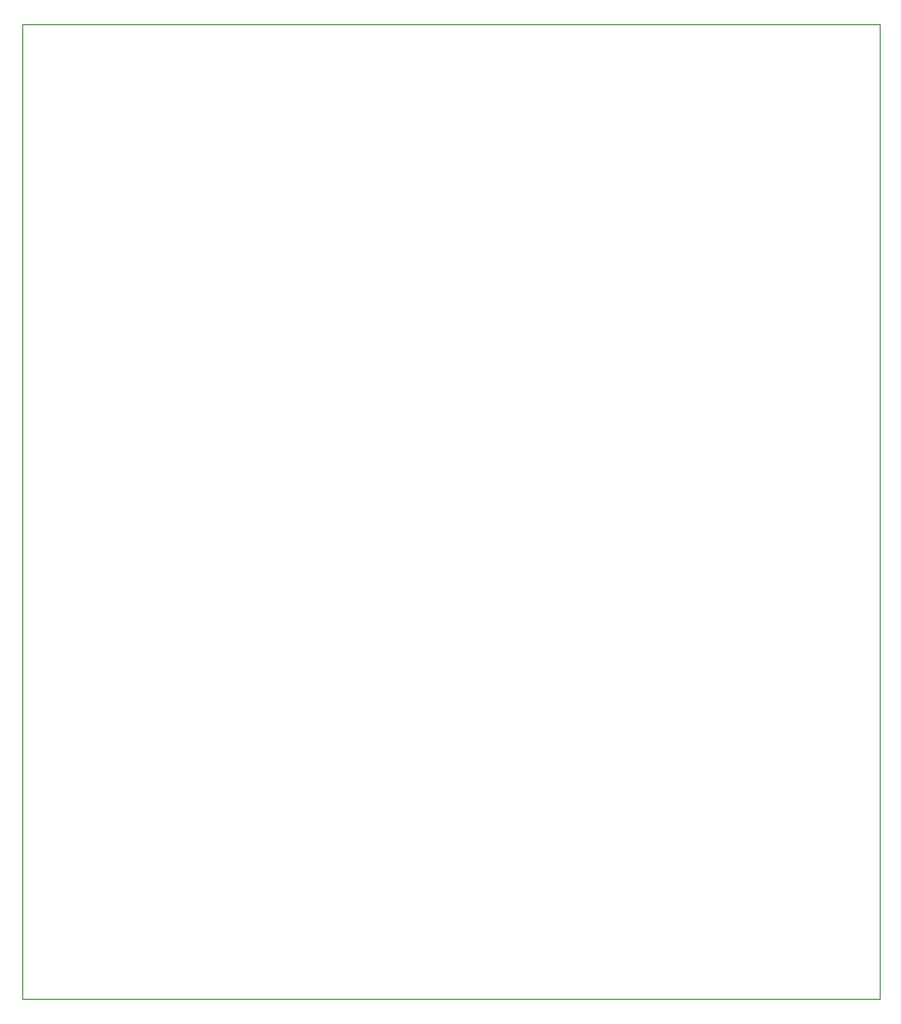
<source format=gm1>
G04 #@! TF.FileFunction,Profile,NP*
%FSLAX46Y46*%
G04 Gerber Fmt 4.6, Leading zero omitted, Abs format (unit mm)*
G04 Created by KiCad (PCBNEW 4.0.6-e0-6349~53~ubuntu14.04.1) date Sun Jun 25 13:50:31 2017*
%MOMM*%
%LPD*%
G01*
G04 APERTURE LIST*
%ADD10C,0.150000*%
%ADD11C,0.100000*%
G04 APERTURE END LIST*
D10*
D11*
X165100000Y-109220000D02*
X165100000Y-114300000D01*
X240030000Y-109220000D02*
X240030000Y-114300000D01*
X165100000Y-189230000D02*
X165100000Y-194310000D01*
X240030000Y-189230000D02*
X240030000Y-194310000D01*
X165100000Y-194310000D02*
X240030000Y-194310000D01*
X165100000Y-109220000D02*
X240030000Y-109220000D01*
X240030000Y-189230000D02*
X240030000Y-179070000D01*
X165100000Y-179070000D02*
X165100000Y-189230000D01*
X165100000Y-179070000D02*
X165100000Y-114300000D01*
X240030000Y-114300000D02*
X240030000Y-179070000D01*
M02*

</source>
